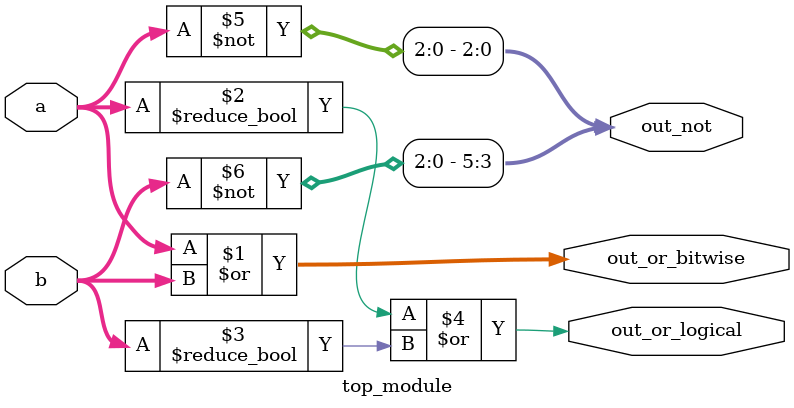
<source format=sv>
module top_module(
    input [2:0] a, 
    input [2:0] b, 
    output [2:0] out_or_bitwise,
    output out_or_logical,
    output [5:0] out_not
);

// Bitwise OR
assign out_or_bitwise = a | b;

// Logical OR
assign out_or_logical = (a != 0) | (b != 0);

// Inverse (NOT) of a and b
assign out_not[2:0] = ~a;
assign out_not[5:3] = ~b;

endmodule

</source>
